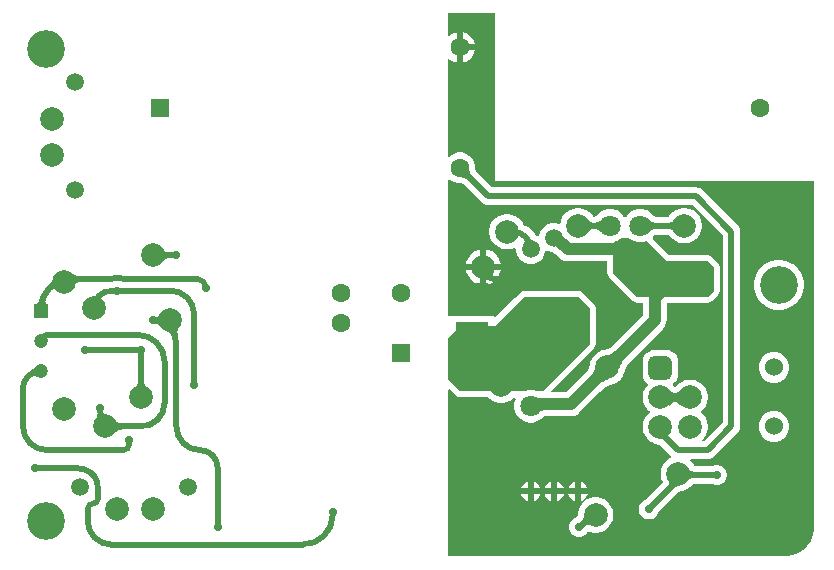
<source format=gbl>
G04*
G04 #@! TF.GenerationSoftware,Altium Limited,Altium Designer,23.3.1 (30)*
G04*
G04 Layer_Physical_Order=2*
G04 Layer_Color=16711680*
%FSLAX44Y44*%
%MOMM*%
G71*
G04*
G04 #@! TF.SameCoordinates,1947367F-AEBE-42DD-BD61-22C0FE108C1A*
G04*
G04*
G04 #@! TF.FilePolarity,Positive*
G04*
G01*
G75*
%ADD15C,0.5000*%
%ADD61C,1.0000*%
%ADD62R,1.2000X1.2000*%
%ADD63C,1.2000*%
%ADD64C,1.6000*%
%ADD65R,1.6000X1.6000*%
%ADD66C,1.5000*%
%ADD67R,1.6000X1.6000*%
%ADD68C,2.0000*%
%ADD69C,1.5240*%
G04:AMPARAMS|DCode=70|XSize=2mm|YSize=2mm|CornerRadius=0.5mm|HoleSize=0mm|Usage=FLASHONLY|Rotation=90.000|XOffset=0mm|YOffset=0mm|HoleType=Round|Shape=RoundedRectangle|*
%AMROUNDEDRECTD70*
21,1,2.0000,1.0000,0,0,90.0*
21,1,1.0000,2.0000,0,0,90.0*
1,1,1.0000,0.5000,0.5000*
1,1,1.0000,0.5000,-0.5000*
1,1,1.0000,-0.5000,-0.5000*
1,1,1.0000,-0.5000,0.5000*
%
%ADD70ROUNDEDRECTD70*%
%ADD71C,1.8000*%
%ADD72C,0.7000*%
%ADD73C,3.2000*%
%ADD74R,2.2000X1.3000*%
%ADD75R,2.8000X2.0000*%
G36*
X409895Y317500D02*
X680000D01*
Y25400D01*
Y22898D01*
X679024Y17991D01*
X677109Y13369D01*
X674330Y9208D01*
X670792Y5670D01*
X666631Y2891D01*
X662009Y976D01*
X657102Y0D01*
X370000D01*
Y141131D01*
X371173Y141617D01*
X376395Y136395D01*
X378049Y135290D01*
X380000Y134902D01*
X403885D01*
X405438Y133349D01*
X407895Y131707D01*
X410625Y130576D01*
X413523Y130000D01*
X416477D01*
X419375Y130576D01*
X422105Y131707D01*
X424562Y133349D01*
X425810Y134597D01*
X426600Y134523D01*
X427275Y133260D01*
X426954Y132704D01*
X426000Y129143D01*
Y125457D01*
X426954Y121896D01*
X428797Y118704D01*
X431404Y116097D01*
X434596Y114254D01*
X438157Y113300D01*
X441843D01*
X445404Y114254D01*
X448596Y116097D01*
X451023Y118524D01*
X451156Y118554D01*
X451549Y118614D01*
X452947Y118720D01*
X453789Y118733D01*
X453840Y118744D01*
X473831D01*
X476441Y119088D01*
X478874Y120096D01*
X480963Y121699D01*
X487132Y127868D01*
X498840Y139576D01*
X498883Y139604D01*
X500002Y140684D01*
X502118Y142504D01*
X503003Y143164D01*
X503866Y143738D01*
X504656Y144195D01*
X505364Y144541D01*
X505984Y144785D01*
X506510Y144939D01*
X507222Y145071D01*
X507603Y145224D01*
X509375Y145576D01*
X512105Y146707D01*
X514562Y148349D01*
X516651Y150438D01*
X518293Y152895D01*
X519423Y155625D01*
X519776Y157397D01*
X519929Y157778D01*
X520061Y158490D01*
X520215Y159016D01*
X520459Y159636D01*
X520805Y160344D01*
X521262Y161134D01*
X521836Y161997D01*
X522496Y162882D01*
X524316Y164998D01*
X525396Y166117D01*
X525424Y166160D01*
X552132Y192868D01*
X553735Y194957D01*
X554743Y197390D01*
X555086Y200000D01*
Y214477D01*
X555458Y214902D01*
X590000D01*
X591951Y215290D01*
X593605Y216395D01*
X598605Y221395D01*
X599710Y223049D01*
X600098Y225000D01*
Y245000D01*
X599710Y246951D01*
X598605Y248605D01*
X593605Y253605D01*
X591951Y254710D01*
X590000Y255098D01*
X557112D01*
X543288Y268922D01*
X543222Y269041D01*
X543303Y270645D01*
X543333Y270673D01*
X543829Y271100D01*
X544312Y271466D01*
X544759Y271758D01*
X545168Y271983D01*
X545539Y272148D01*
X545873Y272265D01*
X546180Y272340D01*
X546466Y272382D01*
X546995Y272408D01*
X547103Y272435D01*
X555037D01*
X555173Y272404D01*
X555898Y272384D01*
X556377Y272340D01*
X556745Y272279D01*
X557001Y272215D01*
X557090Y272183D01*
X557112Y272151D01*
X557385Y271880D01*
X558349Y270438D01*
X560438Y268349D01*
X562895Y266707D01*
X565625Y265576D01*
X568523Y265000D01*
X571477D01*
X574375Y265576D01*
X577105Y266707D01*
X579562Y268349D01*
X581651Y270438D01*
X583293Y272895D01*
X584423Y275625D01*
X585000Y278523D01*
Y281477D01*
X584423Y284375D01*
X583293Y287105D01*
X581651Y289562D01*
X579562Y291651D01*
X577105Y293293D01*
X574375Y294424D01*
X571477Y295000D01*
X568523D01*
X565625Y294424D01*
X562895Y293293D01*
X560438Y291651D01*
X558349Y289562D01*
X557385Y288120D01*
X557112Y287849D01*
X557090Y287817D01*
X557001Y287785D01*
X556745Y287721D01*
X556377Y287660D01*
X555898Y287616D01*
X555173Y287596D01*
X555037Y287565D01*
X547103D01*
X546995Y287592D01*
X546466Y287618D01*
X546180Y287660D01*
X545873Y287735D01*
X545539Y287852D01*
X545168Y288017D01*
X544759Y288242D01*
X544312Y288534D01*
X543829Y288900D01*
X543312Y289345D01*
X542671Y289965D01*
X542286Y290213D01*
X541296Y291203D01*
X538104Y293046D01*
X534543Y294000D01*
X530857D01*
X527296Y293046D01*
X524104Y291203D01*
X521497Y288596D01*
X520635Y287103D01*
X519365D01*
X518503Y288596D01*
X515896Y291203D01*
X512704Y293046D01*
X509143Y294000D01*
X505457D01*
X501896Y293046D01*
X498704Y291203D01*
X497714Y290213D01*
X497329Y289965D01*
X496688Y289345D01*
X496171Y288900D01*
X495688Y288534D01*
X495241Y288242D01*
X494832Y288017D01*
X494461Y287852D01*
X494127Y287735D01*
X493821Y287660D01*
X493746Y287649D01*
X493623Y287660D01*
X493255Y287721D01*
X492999Y287785D01*
X492910Y287817D01*
X492888Y287848D01*
X492615Y288120D01*
X491651Y289562D01*
X489562Y291651D01*
X487105Y293293D01*
X484375Y294424D01*
X481477Y295000D01*
X478523D01*
X475625Y294424D01*
X472895Y293293D01*
X470438Y291651D01*
X468349Y289562D01*
X466707Y287105D01*
X465577Y284375D01*
X465243Y282698D01*
X465217Y282645D01*
X463776Y281833D01*
X461521Y282438D01*
X458230D01*
X455051Y281586D01*
X452200Y279940D01*
X449873Y277613D01*
X448227Y274762D01*
X447389Y271634D01*
X447373Y271581D01*
X447086Y271378D01*
X446105Y271027D01*
X445235Y271550D01*
X444435Y272081D01*
X443867Y272511D01*
X443770Y272596D01*
X440987Y275987D01*
X437561Y278799D01*
X433838Y280788D01*
X433293Y282105D01*
X431651Y284562D01*
X429562Y286651D01*
X427105Y288293D01*
X424375Y289424D01*
X421477Y290000D01*
X418523D01*
X415625Y289424D01*
X412895Y288293D01*
X410438Y286651D01*
X408349Y284562D01*
X406707Y282105D01*
X405577Y279375D01*
X405000Y276477D01*
Y273523D01*
X405577Y270625D01*
X406707Y267895D01*
X408349Y265438D01*
X410438Y263349D01*
X412895Y261707D01*
X415625Y260576D01*
X418523Y260000D01*
X421477D01*
X424375Y260576D01*
X426230Y261345D01*
X427500Y260496D01*
Y258354D01*
X428352Y255175D01*
X429997Y252325D01*
X432325Y249998D01*
X435175Y248352D01*
X438354Y247500D01*
X441646D01*
X444825Y248352D01*
X447675Y249998D01*
X450003Y252325D01*
X451648Y255175D01*
X452486Y258304D01*
X452555Y258524D01*
X453600Y259127D01*
X455051Y258290D01*
X458230Y257438D01*
X459275D01*
X460587Y256293D01*
X461081Y255805D01*
X461129Y255773D01*
X464034Y252868D01*
X466123Y251265D01*
X468556Y250257D01*
X471166Y249914D01*
X504902D01*
Y240000D01*
X505290Y238049D01*
X506395Y236395D01*
X526395Y216395D01*
X528049Y215290D01*
X530000Y214902D01*
X534914D01*
Y204178D01*
X511160Y180424D01*
X511117Y180396D01*
X509998Y179316D01*
X507882Y177496D01*
X506997Y176836D01*
X506134Y176262D01*
X505344Y175805D01*
X504636Y175459D01*
X504016Y175215D01*
X503490Y175061D01*
X502778Y174929D01*
X502397Y174776D01*
X500625Y174424D01*
X497895Y173293D01*
X495438Y171651D01*
X493349Y169562D01*
X491707Y167105D01*
X490577Y164375D01*
X490224Y162603D01*
X490071Y162222D01*
X489939Y161510D01*
X489785Y160984D01*
X489541Y160364D01*
X489195Y159656D01*
X488738Y158866D01*
X488164Y158003D01*
X487504Y157118D01*
X485684Y155002D01*
X484604Y153883D01*
X484576Y153840D01*
X472868Y142132D01*
X469653Y138917D01*
X457786D01*
X457300Y140090D01*
X493605Y176395D01*
X494710Y178049D01*
X495098Y180000D01*
Y210000D01*
X494710Y211951D01*
X493605Y213605D01*
X483605Y223605D01*
X481951Y224710D01*
X480000Y225098D01*
X435000D01*
X433049Y224710D01*
X431395Y223605D01*
X426395Y218605D01*
X426395Y218605D01*
X410173Y202383D01*
X409000Y202869D01*
Y203250D01*
X371000D01*
X370000Y203902D01*
Y300000D01*
X369895D01*
Y319060D01*
X371069Y319547D01*
X372018Y318597D01*
X373919Y317500D01*
X374982Y316886D01*
X378288Y316000D01*
X379537D01*
X379975Y315903D01*
X380660Y315889D01*
X381132Y315849D01*
X381547Y315784D01*
X381908Y315699D01*
X382223Y315598D01*
X382498Y315484D01*
X382744Y315356D01*
X382969Y315212D01*
X383183Y315048D01*
X383553Y314709D01*
X383656Y314646D01*
X398651Y299651D01*
X400218Y298449D01*
X402042Y297693D01*
X403021Y297564D01*
X404000Y297435D01*
X404000Y297435D01*
X576867D01*
X602435Y271867D01*
Y113133D01*
X586867Y97565D01*
X585674D01*
X585148Y98835D01*
X586501Y100188D01*
X588143Y102645D01*
X589274Y105375D01*
X589850Y108273D01*
Y111227D01*
X589274Y114125D01*
X588143Y116855D01*
X586501Y119312D01*
X584412Y121401D01*
X584092Y121615D01*
Y122885D01*
X584412Y123099D01*
X586501Y125188D01*
X588143Y127645D01*
X589274Y130375D01*
X589850Y133273D01*
Y136227D01*
X589274Y139125D01*
X588143Y141855D01*
X586501Y144312D01*
X584412Y146401D01*
X581955Y148043D01*
X579225Y149173D01*
X576327Y149750D01*
X573373D01*
X570475Y149173D01*
X567745Y148043D01*
X565288Y146401D01*
X564544Y145658D01*
X564155Y145405D01*
X563371Y144643D01*
X562709Y144064D01*
X562364Y143795D01*
X561277Y144693D01*
X560827Y145131D01*
X560716Y146222D01*
X560814Y146688D01*
X560856Y146754D01*
X561982Y147618D01*
X563585Y149707D01*
X564593Y152139D01*
X564936Y154750D01*
Y164750D01*
X564593Y167360D01*
X563585Y169793D01*
X561982Y171882D01*
X559893Y173485D01*
X557461Y174493D01*
X554850Y174836D01*
X544850D01*
X542240Y174493D01*
X539807Y173485D01*
X537718Y171882D01*
X536115Y169793D01*
X535107Y167360D01*
X534764Y164750D01*
Y154750D01*
X535107Y152139D01*
X536115Y149707D01*
X537718Y147618D01*
X538844Y146754D01*
X538955Y145068D01*
X538199Y144312D01*
X536557Y141855D01*
X535426Y139125D01*
X534850Y136227D01*
Y133273D01*
X535426Y130375D01*
X536557Y127645D01*
X538199Y125188D01*
X540288Y123099D01*
X540608Y122885D01*
Y121615D01*
X540288Y121401D01*
X538199Y119312D01*
X536557Y116855D01*
X535426Y114125D01*
X534850Y111227D01*
Y108273D01*
X535426Y105375D01*
X536557Y102645D01*
X538199Y100188D01*
X540288Y98099D01*
X542745Y96457D01*
X545475Y95326D01*
X548373Y94750D01*
X549557D01*
X549575Y94726D01*
X559125Y85177D01*
X558879Y83701D01*
X557895Y83293D01*
X555438Y81651D01*
X553349Y79562D01*
X551707Y77105D01*
X550576Y74375D01*
X550000Y71477D01*
Y68523D01*
X550576Y65625D01*
X551707Y62895D01*
X551748Y62833D01*
X551281Y62337D01*
X551208Y62220D01*
X548009Y59021D01*
X546974Y57672D01*
X537407Y48105D01*
X536719Y47921D01*
X534781Y46802D01*
X533198Y45219D01*
X532079Y43281D01*
X531500Y41119D01*
Y38881D01*
X532079Y36719D01*
X533198Y34781D01*
X534781Y33198D01*
X536719Y32079D01*
X538881Y31500D01*
X541119D01*
X543281Y32079D01*
X545219Y33198D01*
X546802Y34781D01*
X547921Y36719D01*
X548105Y37407D01*
X558707Y48009D01*
X559742Y49358D01*
X563169Y52785D01*
X563273Y52848D01*
X563274Y52849D01*
X563275Y52850D01*
X564410Y53895D01*
X564779Y54189D01*
X565147Y54451D01*
X565464Y54649D01*
X565724Y54787D01*
X565923Y54874D01*
X566057Y54919D01*
X566129Y54936D01*
X566418Y54974D01*
X566522Y55009D01*
X569375Y55577D01*
X572105Y56707D01*
X574562Y58349D01*
X576651Y60438D01*
X577060Y61050D01*
X577301Y61258D01*
X577402Y61389D01*
X577481Y61424D01*
X577676Y61488D01*
X577972Y61558D01*
X578372Y61621D01*
X578873Y61664D01*
X579605Y61684D01*
X579743Y61715D01*
X593004D01*
X594284Y60977D01*
X596446Y60398D01*
X598684D01*
X600846Y60977D01*
X602784Y62096D01*
X604366Y63678D01*
X605485Y65617D01*
X606065Y67779D01*
Y70017D01*
X605485Y72178D01*
X604366Y74117D01*
X602784Y75699D01*
X600846Y76818D01*
X598684Y77397D01*
X596446D01*
X594383Y76845D01*
X580288D01*
X580219Y76864D01*
X580103Y76850D01*
X579989Y76876D01*
X579271Y76897D01*
X578811Y76940D01*
X578472Y76999D01*
X578320Y77039D01*
X578293Y77105D01*
X576651Y79562D01*
X575048Y81165D01*
X575574Y82435D01*
X590000D01*
X591958Y82693D01*
X593782Y83449D01*
X595349Y84651D01*
X615349Y104651D01*
X615349Y104651D01*
X616551Y106218D01*
X617307Y108042D01*
X617565Y110000D01*
X617565Y110000D01*
Y275000D01*
X617307Y276958D01*
X616551Y278782D01*
X615349Y280349D01*
X615349Y280349D01*
X585349Y310349D01*
X583782Y311551D01*
X581958Y312307D01*
X580000Y312565D01*
X407133D01*
X403372Y316327D01*
X394354Y325344D01*
X394291Y325447D01*
X393952Y325817D01*
X393787Y326031D01*
X393644Y326256D01*
X393516Y326502D01*
X393402Y326777D01*
X393301Y327092D01*
X393216Y327453D01*
X393151Y327868D01*
X393111Y328340D01*
X393097Y329025D01*
X393000Y329463D01*
Y330712D01*
X392114Y334018D01*
X390403Y336982D01*
X387982Y339403D01*
X385018Y341114D01*
X381712Y342000D01*
X378288D01*
X374982Y341114D01*
X372018Y339403D01*
X371069Y338453D01*
X369895Y338940D01*
Y421060D01*
X371069Y421547D01*
X372018Y420597D01*
X374982Y418886D01*
X377500Y418211D01*
Y431000D01*
Y443789D01*
X374982Y443114D01*
X372018Y441403D01*
X371069Y440453D01*
X369895Y440939D01*
Y460000D01*
X409895D01*
Y317500D01*
D02*
G37*
G36*
X388017Y328069D02*
X388087Y327254D01*
X388210Y326474D01*
X388385Y325729D01*
X388612Y325020D01*
X388892Y324345D01*
X389224Y323706D01*
X389609Y323102D01*
X390046Y322534D01*
X390535Y322000D01*
X387000Y318465D01*
X386466Y318954D01*
X385898Y319391D01*
X385294Y319776D01*
X384655Y320108D01*
X383980Y320388D01*
X383271Y320616D01*
X382526Y320790D01*
X381746Y320913D01*
X380930Y320983D01*
X380080Y321000D01*
X388000Y328920D01*
X388017Y328069D01*
D02*
G37*
G36*
X500873Y273700D02*
X500126Y274422D01*
X499376Y275068D01*
X498623Y275638D01*
X497866Y276132D01*
X497106Y276550D01*
X496342Y276892D01*
X495575Y277158D01*
X494805Y277348D01*
X494031Y277462D01*
X493787Y277474D01*
X492976Y277400D01*
X492217Y277275D01*
X491521Y277100D01*
X490887Y276875D01*
X490317Y276600D01*
X489809Y276275D01*
X489363Y275900D01*
X488980Y275475D01*
X488660Y275000D01*
Y285000D01*
X488980Y284525D01*
X489363Y284100D01*
X489809Y283725D01*
X490317Y283400D01*
X490887Y283125D01*
X491521Y282900D01*
X492217Y282725D01*
X492976Y282600D01*
X493787Y282526D01*
X494031Y282538D01*
X494805Y282652D01*
X495575Y282842D01*
X496342Y283108D01*
X497106Y283450D01*
X497866Y283868D01*
X498623Y284362D01*
X499376Y284932D01*
X500126Y285578D01*
X500873Y286300D01*
Y273700D01*
D02*
G37*
G36*
X561340Y275000D02*
X561020Y275475D01*
X560637Y275900D01*
X560191Y276275D01*
X559683Y276600D01*
X559113Y276875D01*
X558479Y277100D01*
X557783Y277275D01*
X557024Y277400D01*
X556202Y277475D01*
X555318Y277500D01*
Y282500D01*
X556202Y282525D01*
X557024Y282600D01*
X557783Y282725D01*
X558479Y282900D01*
X559113Y283125D01*
X559683Y283400D01*
X560191Y283725D01*
X560637Y284100D01*
X561020Y284525D01*
X561340Y285000D01*
Y275000D01*
D02*
G37*
G36*
X539874Y285578D02*
X540624Y284932D01*
X541377Y284362D01*
X542134Y283868D01*
X542894Y283450D01*
X543658Y283108D01*
X544425Y282842D01*
X545195Y282652D01*
X545969Y282538D01*
X546746Y282500D01*
Y277500D01*
X545969Y277462D01*
X545195Y277348D01*
X544425Y277158D01*
X543658Y276892D01*
X542894Y276550D01*
X542134Y276132D01*
X541377Y275638D01*
X540624Y275068D01*
X539874Y274422D01*
X539127Y273700D01*
Y286300D01*
X539874Y285578D01*
D02*
G37*
G36*
X439796Y269382D02*
X440032Y269119D01*
X440318Y268841D01*
X440656Y268549D01*
X441483Y267922D01*
X442512Y267239D01*
X443744Y266499D01*
X433578Y263874D01*
X433927Y264484D01*
X434447Y265590D01*
X434617Y266086D01*
X434727Y266544D01*
X434777Y266964D01*
X434767Y267346D01*
X434697Y267690D01*
X434568Y267996D01*
X434379Y268264D01*
X439611Y269632D01*
X439796Y269382D01*
D02*
G37*
G36*
X470492Y267745D02*
X464665Y259430D01*
X464058Y260030D01*
X461495Y262267D01*
X461248Y262412D01*
X461051Y262493D01*
X460906Y262509D01*
X467323Y270820D01*
X470492Y267745D01*
D02*
G37*
G36*
X128980Y259525D02*
X129363Y259100D01*
X129809Y258725D01*
X130317Y258400D01*
X130887Y258125D01*
X131521Y257900D01*
X132217Y257725D01*
X132976Y257600D01*
X133798Y257525D01*
X134682Y257500D01*
Y252500D01*
X133798Y252475D01*
X132976Y252400D01*
X132217Y252275D01*
X131521Y252100D01*
X130887Y251875D01*
X130317Y251600D01*
X129809Y251275D01*
X129363Y250900D01*
X128980Y250475D01*
X128660Y250000D01*
Y260000D01*
X128980Y259525D01*
D02*
G37*
G36*
X52555Y239125D02*
X53027Y238784D01*
X53550Y238483D01*
X54125Y238222D01*
X54752Y238002D01*
X55430Y237821D01*
X56160Y237681D01*
X56942Y237580D01*
X57775Y237520D01*
X58660Y237500D01*
X60000Y232500D01*
X59114Y232473D01*
X58307Y232393D01*
X57576Y232259D01*
X56923Y232072D01*
X56348Y231831D01*
X55850Y231537D01*
X55430Y231189D01*
X55088Y230787D01*
X54823Y230332D01*
X54635Y229824D01*
X52135Y239506D01*
X52555Y239125D01*
D02*
G37*
G36*
X37956Y225402D02*
X37506Y225783D01*
X37042Y226048D01*
X36563Y226195D01*
X36070Y226226D01*
X35563Y226141D01*
X35042Y225938D01*
X34506Y225620D01*
X33957Y225184D01*
X33392Y224632D01*
X32814Y223963D01*
X31135Y229540D01*
X31842Y230246D01*
X34032Y232726D01*
X34420Y233260D01*
X34743Y233760D01*
X35003Y234225D01*
X35199Y234655D01*
X35331Y235052D01*
X37956Y225402D01*
D02*
G37*
G36*
X70507Y220115D02*
X70605Y220087D01*
X70645Y220042D01*
X70625Y219981D01*
X75625Y218268D01*
X75687Y218298D01*
X75779Y218283D01*
X75902Y218221D01*
X76054Y218113D01*
X76237Y217959D01*
X76449Y217759D01*
X77268Y216882D01*
X77601Y216498D01*
X68173Y219832D01*
X68683Y219923D01*
X70350Y220126D01*
X70507Y220115D01*
D02*
G37*
G36*
X524104Y268797D02*
X527296Y266954D01*
X530857Y266000D01*
X534543D01*
X538058Y266942D01*
X555000Y250000D01*
X590000D01*
X595000Y245000D01*
Y225000D01*
X590000Y220000D01*
X553147D01*
X550621Y217117D01*
X550276Y216551D01*
X550069Y216095D01*
X550000Y215747D01*
X547070Y218677D01*
X545000Y215750D01*
X540000D01*
X542293Y220000D01*
X530000D01*
X510000Y240000D01*
Y265000D01*
X511680Y266680D01*
X512704Y266954D01*
X515896Y268797D01*
X517099Y270000D01*
X522901D01*
X524104Y268797D01*
D02*
G37*
G36*
X29611Y218641D02*
X29385Y217729D01*
X29237Y216913D01*
X29164Y216192D01*
X29167Y215568D01*
X29247Y215040D01*
X29403Y214607D01*
X29635Y214271D01*
X29943Y214031D01*
X30327Y213887D01*
X30787Y213839D01*
X20436D01*
X20926Y213888D01*
X21393Y214034D01*
X21836Y214278D01*
X22256Y214619D01*
X22652Y215058D01*
X23025Y215595D01*
X23374Y216229D01*
X23700Y216960D01*
X24002Y217789D01*
X24281Y218716D01*
X29611Y218641D01*
D02*
G37*
G36*
X126678Y194456D02*
X126274Y195002D01*
X125828Y195494D01*
X125338Y195932D01*
X124805Y196317D01*
X124229Y196646D01*
X123610Y196922D01*
X122948Y197145D01*
X122243Y197312D01*
X121495Y197426D01*
X120704Y197486D01*
X120228Y202499D01*
X121155Y202509D01*
X122778Y202653D01*
X123475Y202785D01*
X124094Y202958D01*
X124636Y203172D01*
X125102Y203427D01*
X125491Y203722D01*
X125802Y204058D01*
X126037Y204435D01*
X126678Y194456D01*
D02*
G37*
G36*
X141471Y192307D02*
X141236Y191913D01*
X141061Y191457D01*
X140947Y190939D01*
X140894Y190358D01*
X140901Y189715D01*
X140969Y189010D01*
X141286Y187411D01*
X141535Y186519D01*
X136589Y185572D01*
X136310Y186315D01*
X135992Y187001D01*
X135633Y187631D01*
X135235Y188204D01*
X134796Y188721D01*
X134318Y189182D01*
X133800Y189585D01*
X133243Y189933D01*
X132645Y190224D01*
X132008Y190458D01*
X141767Y192638D01*
X141471Y192307D01*
D02*
G37*
G36*
X30250Y185000D02*
X30383Y184984D01*
X30507Y184936D01*
X30622Y184857D01*
X30729Y184745D01*
X30826Y184602D01*
X30915Y184427D01*
X30995Y184220D01*
X31066Y183981D01*
X31128Y183710D01*
X31181Y183408D01*
X24677Y188473D01*
X24886Y188497D01*
X25295Y188569D01*
X25496Y188618D01*
X25890Y188739D01*
X26083Y188812D01*
X26462Y188981D01*
X26648Y189078D01*
X30250Y185000D01*
D02*
G37*
G36*
X521730Y169659D02*
X520547Y168435D01*
X518515Y166072D01*
X517666Y164933D01*
X516929Y163824D01*
X516303Y162744D01*
X515789Y161692D01*
X515387Y160669D01*
X515096Y159675D01*
X514916Y158710D01*
X503710Y169916D01*
X504675Y170096D01*
X505669Y170387D01*
X506692Y170789D01*
X507744Y171304D01*
X508824Y171929D01*
X509934Y172666D01*
X511072Y173515D01*
X513435Y175547D01*
X514659Y176730D01*
X521730Y169659D01*
D02*
G37*
G36*
X21875Y152139D02*
X21423Y152412D01*
X20968Y152617D01*
X20512Y152754D01*
X20054Y152822D01*
X19595Y152822D01*
X19134Y152753D01*
X18671Y152616D01*
X18206Y152411D01*
X17740Y152137D01*
X17272Y151796D01*
X16187Y157112D01*
X16788Y157477D01*
X18753Y158853D01*
X19135Y159174D01*
X19767Y159792D01*
X20017Y160088D01*
X20223Y160375D01*
X21875Y152139D01*
D02*
G37*
G36*
X112525Y148798D02*
X112600Y147976D01*
X112725Y147217D01*
X112900Y146521D01*
X113125Y145887D01*
X113400Y145317D01*
X113725Y144809D01*
X114100Y144363D01*
X114525Y143980D01*
X115000Y143660D01*
X105000D01*
X105475Y143980D01*
X105900Y144363D01*
X106275Y144809D01*
X106600Y145317D01*
X106875Y145887D01*
X107100Y146521D01*
X107275Y147217D01*
X107400Y147976D01*
X107475Y148798D01*
X107500Y149683D01*
X112500D01*
X112525Y148798D01*
D02*
G37*
G36*
X506290Y150084D02*
X505325Y149904D01*
X504331Y149613D01*
X503308Y149211D01*
X502256Y148696D01*
X501176Y148071D01*
X500066Y147334D01*
X498928Y146485D01*
X496566Y144453D01*
X495341Y143270D01*
X488270Y150341D01*
X489453Y151565D01*
X491485Y153928D01*
X492334Y155066D01*
X493071Y156176D01*
X493697Y157256D01*
X494211Y158308D01*
X494613Y159331D01*
X494904Y160325D01*
X495084Y161290D01*
X506290Y150084D01*
D02*
G37*
G36*
X490000Y210000D02*
Y180000D01*
X450000Y140000D01*
X446003D01*
X445404Y140346D01*
X441843Y141300D01*
X438157D01*
X434596Y140346D01*
X433997Y140000D01*
X380000D01*
X370000Y150000D01*
Y185000D01*
X380000Y195000D01*
X410000Y195000D01*
X430000Y215000D01*
X435000Y220000D01*
X480000D01*
X490000Y210000D01*
D02*
G37*
G36*
X567709Y127750D02*
X566829Y128605D01*
X565087Y130045D01*
X564225Y130630D01*
X563368Y131125D01*
X562517Y131530D01*
X562350Y131592D01*
X562183Y131530D01*
X561332Y131125D01*
X560475Y130630D01*
X559613Y130045D01*
X558745Y129370D01*
X557871Y128605D01*
X556992Y127750D01*
Y141750D01*
X557871Y140895D01*
X559613Y139455D01*
X560475Y138870D01*
X561332Y138375D01*
X562183Y137970D01*
X562350Y137908D01*
X562517Y137970D01*
X563368Y138375D01*
X564225Y138870D01*
X565087Y139455D01*
X565956Y140130D01*
X566829Y140895D01*
X567709Y141750D01*
Y127750D01*
D02*
G37*
G36*
X445518Y134455D02*
X445858Y134324D01*
X446281Y134208D01*
X446788Y134108D01*
X447379Y134023D01*
X448813Y133900D01*
X451593Y133831D01*
X453704Y123831D01*
X452712Y123814D01*
X450969Y123683D01*
X450219Y123567D01*
X449548Y123419D01*
X448959Y123238D01*
X448450Y123024D01*
X448021Y122777D01*
X447673Y122498D01*
X447405Y122185D01*
X445262Y134601D01*
X445518Y134455D01*
D02*
G37*
G36*
X77813Y122314D02*
X77983Y121883D01*
X78207Y121494D01*
X78484Y121145D01*
X78816Y120838D01*
X79201Y120572D01*
X79641Y120346D01*
X80135Y120162D01*
X80683Y120019D01*
X81285Y119917D01*
X72054Y116071D01*
X72351Y116496D01*
X72604Y116933D01*
X72812Y117381D01*
X72974Y117841D01*
X73091Y118312D01*
X73164Y118795D01*
X73191Y119289D01*
X73172Y119795D01*
X73109Y120313D01*
X73001Y120842D01*
X77698Y122786D01*
X77813Y122314D01*
D02*
G37*
G36*
X88983Y114525D02*
X89376Y114100D01*
X89837Y113725D01*
X90367Y113400D01*
X90967Y113125D01*
X91635Y112900D01*
X92373Y112725D01*
X93180Y112600D01*
X94055Y112525D01*
X95000Y112500D01*
Y107500D01*
X94055Y107475D01*
X93180Y107400D01*
X92373Y107275D01*
X91635Y107100D01*
X90967Y106875D01*
X90367Y106600D01*
X89837Y106275D01*
X89376Y105900D01*
X88983Y105475D01*
X88660Y105000D01*
Y115000D01*
X88983Y114525D01*
D02*
G37*
G36*
X574282Y73873D02*
X574632Y73434D01*
X575050Y73046D01*
X575534Y72710D01*
X576085Y72426D01*
X576702Y72194D01*
X577387Y72013D01*
X578138Y71884D01*
X578956Y71806D01*
X579840Y71780D01*
X579467Y66780D01*
X578583Y66756D01*
X577758Y66685D01*
X576991Y66565D01*
X576284Y66398D01*
X575635Y66183D01*
X575046Y65920D01*
X574515Y65609D01*
X574044Y65250D01*
X573631Y64844D01*
X573278Y64390D01*
X573998Y74364D01*
X574282Y73873D01*
D02*
G37*
G36*
X565759Y60029D02*
X565211Y59957D01*
X564652Y59826D01*
X564084Y59633D01*
X563506Y59381D01*
X562917Y59068D01*
X562318Y58695D01*
X561710Y58262D01*
X561090Y57769D01*
X559822Y56600D01*
X554992Y58842D01*
X555600Y59487D01*
X556112Y60112D01*
X556527Y60716D01*
X556847Y61298D01*
X557070Y61860D01*
X557197Y62402D01*
X557228Y62922D01*
X557163Y63421D01*
X557002Y63900D01*
X556744Y64357D01*
X565759Y60029D01*
D02*
G37*
%LPC*%
G36*
X382500Y443789D02*
Y433500D01*
X392789D01*
X392114Y436018D01*
X390403Y438982D01*
X387982Y441403D01*
X385018Y443114D01*
X382500Y443789D01*
D02*
G37*
G36*
X392789Y428500D02*
X382500D01*
Y418211D01*
X385018Y418886D01*
X387982Y420597D01*
X390403Y423018D01*
X392114Y425982D01*
X392789Y428500D01*
D02*
G37*
G36*
X402500Y259797D02*
Y247500D01*
X414797D01*
X414423Y249375D01*
X413293Y252105D01*
X411651Y254562D01*
X409562Y256651D01*
X407105Y258293D01*
X404375Y259424D01*
X402500Y259797D01*
D02*
G37*
G36*
X397500D02*
X395625Y259424D01*
X392895Y258293D01*
X390438Y256651D01*
X388349Y254562D01*
X386707Y252105D01*
X385576Y249375D01*
X385203Y247500D01*
X397500D01*
Y259797D01*
D02*
G37*
G36*
X414797Y242500D02*
X402500D01*
Y236494D01*
X408548Y239810D01*
X408299Y239360D01*
X408124Y238951D01*
X408024Y238583D01*
X407997Y238257D01*
X408045Y237971D01*
X408167Y237728D01*
X408363Y237525D01*
X408633Y237363D01*
X408978Y237243D01*
X409396Y237164D01*
X404051Y233771D01*
X403631Y233996D01*
X402787Y234379D01*
X402500Y234485D01*
Y230203D01*
X404375Y230576D01*
X407105Y231707D01*
X409562Y233349D01*
X411651Y235438D01*
X413293Y237895D01*
X414423Y240625D01*
X414797Y242500D01*
D02*
G37*
G36*
X397500D02*
X385203D01*
X385576Y240625D01*
X386707Y237895D01*
X388349Y235438D01*
X390438Y233349D01*
X392895Y231707D01*
X395625Y230576D01*
X397500Y230203D01*
Y242500D01*
D02*
G37*
G36*
X652068Y251000D02*
X647932D01*
X643875Y250193D01*
X640053Y248610D01*
X636613Y246312D01*
X633688Y243387D01*
X631390Y239947D01*
X629807Y236126D01*
X629000Y232068D01*
Y227932D01*
X629807Y223874D01*
X631390Y220053D01*
X633688Y216613D01*
X636613Y213688D01*
X640053Y211390D01*
X643875Y209807D01*
X647932Y209000D01*
X652068D01*
X656125Y209807D01*
X659947Y211390D01*
X663387Y213688D01*
X666312Y216613D01*
X668610Y220053D01*
X670193Y223874D01*
X671000Y227932D01*
Y232068D01*
X670193Y236126D01*
X668610Y239947D01*
X666312Y243387D01*
X663387Y246312D01*
X659947Y248610D01*
X656125Y250193D01*
X652068Y251000D01*
D02*
G37*
G36*
X647612Y173000D02*
X644189D01*
X640882Y172114D01*
X637918Y170403D01*
X635498Y167982D01*
X633786Y165018D01*
X632900Y161712D01*
Y158288D01*
X633786Y154982D01*
X635498Y152018D01*
X637918Y149597D01*
X640882Y147886D01*
X644189Y147000D01*
X647612D01*
X650918Y147886D01*
X653882Y149597D01*
X656303Y152018D01*
X658014Y154982D01*
X658900Y158288D01*
Y161712D01*
X658014Y165018D01*
X656303Y167982D01*
X653882Y170403D01*
X650918Y172114D01*
X647612Y173000D01*
D02*
G37*
G36*
Y123000D02*
X644189D01*
X640882Y122114D01*
X637918Y120403D01*
X635498Y117982D01*
X633786Y115018D01*
X632900Y111712D01*
Y108288D01*
X633786Y104982D01*
X635498Y102018D01*
X637918Y99597D01*
X640882Y97886D01*
X644189Y97000D01*
X647612D01*
X650918Y97886D01*
X653882Y99597D01*
X656303Y102018D01*
X658014Y104982D01*
X658900Y108288D01*
Y111712D01*
X658014Y115018D01*
X656303Y117982D01*
X653882Y120403D01*
X650918Y122114D01*
X647612Y123000D01*
D02*
G37*
G36*
X482500Y63130D02*
Y57500D01*
X488130D01*
X487921Y58281D01*
X486802Y60219D01*
X485219Y61802D01*
X483281Y62921D01*
X482500Y63130D01*
D02*
G37*
G36*
X477500D02*
X476719Y62921D01*
X474781Y61802D01*
X473198Y60219D01*
X472079Y58281D01*
X471870Y57500D01*
X477500D01*
Y63130D01*
D02*
G37*
G36*
X462500D02*
Y57500D01*
X468130D01*
X467921Y58281D01*
X466802Y60219D01*
X465219Y61802D01*
X463281Y62921D01*
X462500Y63130D01*
D02*
G37*
G36*
X457500D02*
X456719Y62921D01*
X454781Y61802D01*
X453198Y60219D01*
X452079Y58281D01*
X451870Y57500D01*
X457500D01*
Y63130D01*
D02*
G37*
G36*
X442500D02*
Y57500D01*
X448130D01*
X447921Y58281D01*
X446802Y60219D01*
X445219Y61802D01*
X443281Y62921D01*
X442500Y63130D01*
D02*
G37*
G36*
X437500D02*
X436719Y62921D01*
X434781Y61802D01*
X433198Y60219D01*
X432079Y58281D01*
X431870Y57500D01*
X437500D01*
Y63130D01*
D02*
G37*
G36*
X488130Y52500D02*
X482500D01*
Y46870D01*
X483281Y47079D01*
X485219Y48198D01*
X486802Y49781D01*
X487921Y51719D01*
X488130Y52500D01*
D02*
G37*
G36*
X477500D02*
X471870D01*
X472079Y51719D01*
X473198Y49781D01*
X474781Y48198D01*
X476719Y47079D01*
X477500Y46870D01*
Y52500D01*
D02*
G37*
G36*
X468130D02*
X462500D01*
Y46870D01*
X463281Y47079D01*
X465219Y48198D01*
X466802Y49781D01*
X467921Y51719D01*
X468130Y52500D01*
D02*
G37*
G36*
X457500D02*
X451870D01*
X452079Y51719D01*
X453198Y49781D01*
X454781Y48198D01*
X456719Y47079D01*
X457500Y46870D01*
Y52500D01*
D02*
G37*
G36*
X448130D02*
X442500D01*
Y46870D01*
X443281Y47079D01*
X445219Y48198D01*
X446802Y49781D01*
X447921Y51719D01*
X448130Y52500D01*
D02*
G37*
G36*
X437500D02*
X431870D01*
X432079Y51719D01*
X433198Y49781D01*
X434781Y48198D01*
X436719Y47079D01*
X437500Y46870D01*
Y52500D01*
D02*
G37*
G36*
X496477Y50000D02*
X493523D01*
X490625Y49423D01*
X487895Y48293D01*
X485438Y46651D01*
X483349Y44562D01*
X481707Y42105D01*
X480577Y39375D01*
X480000Y36477D01*
Y35449D01*
X479908Y35071D01*
X479896Y34788D01*
X479891Y34759D01*
X479868Y34673D01*
X479813Y34523D01*
X479710Y34308D01*
X479550Y34031D01*
X479366Y33759D01*
X478951Y33251D01*
X477719Y32921D01*
X475781Y31802D01*
X474198Y30219D01*
X473079Y28281D01*
X472500Y26119D01*
Y23881D01*
X473079Y21719D01*
X474198Y19781D01*
X475781Y18198D01*
X477719Y17079D01*
X479881Y16500D01*
X482119D01*
X484281Y17079D01*
X486219Y18198D01*
X487802Y19781D01*
X488704Y21343D01*
X488727Y21362D01*
X490625Y20577D01*
X493523Y20000D01*
X496477D01*
X499375Y20577D01*
X502105Y21707D01*
X504562Y23349D01*
X506651Y25438D01*
X508293Y27895D01*
X509423Y30625D01*
X510000Y33523D01*
Y36477D01*
X509423Y39375D01*
X508293Y42105D01*
X506651Y44562D01*
X504562Y46651D01*
X502105Y48293D01*
X499375Y49423D01*
X496477Y50000D01*
D02*
G37*
%LPD*%
G36*
X490128Y26267D02*
X489634Y26492D01*
X489123Y26624D01*
X488595Y26664D01*
X488051Y26612D01*
X487489Y26467D01*
X486912Y26229D01*
X486317Y25899D01*
X485705Y25477D01*
X485077Y24962D01*
X484432Y24355D01*
X481822Y28816D01*
X482433Y29456D01*
X483461Y30712D01*
X483876Y31328D01*
X484227Y31936D01*
X484512Y32535D01*
X484732Y33127D01*
X484887Y33710D01*
X484977Y34286D01*
X485001Y34853D01*
X490128Y26267D01*
D02*
G37*
D15*
X247100Y10000D02*
G03*
X272500Y35400I0J25400D01*
G01*
X175000Y75000D02*
G03*
X160000Y90000I-15000J0D01*
G01*
X140000Y180000D02*
G03*
X120000Y200000I-20000J0D01*
G01*
X140000Y110000D02*
G03*
X160000Y90000I20000J0D01*
G01*
X73457Y56543D02*
G03*
X73443Y57267I-18457J0D01*
G01*
X73453Y57819D02*
G03*
X73443Y57267I4986J-375D01*
G01*
X70000Y45000D02*
G03*
X73457Y48457I0J3457D01*
G01*
X61953Y73640D02*
G03*
X55000Y75000I-6952J-17097D01*
G01*
X73453Y57819D02*
G03*
X62467Y73466I-14954J1181D01*
G01*
X70000Y45000D02*
G03*
X65000Y40000I0J-5000D01*
G01*
X84448Y235000D02*
G03*
X86162Y235309I-16J5000D01*
G01*
X93840Y235308D02*
G03*
X95552Y235000I1727J4692D01*
G01*
X50650D02*
G03*
X25250Y209600I0J-25400D01*
G01*
X165000Y227500D02*
G03*
X157500Y235000I-7500J0D01*
G01*
X93840Y235308D02*
G03*
X86162Y235309I-3840J-10308D01*
G01*
X10000Y110608D02*
G03*
X30608Y90000I20608J0D01*
G01*
X25250Y157100D02*
G03*
X10000Y141850I0J-15250D01*
G01*
X95000Y90000D02*
G03*
X100000Y95000I0J5000D01*
G01*
X30250Y187500D02*
G03*
X25250Y182500I0J-5000D01*
G01*
X130000Y165000D02*
G03*
X107500Y187500I-22500J0D01*
G01*
X110000Y110000D02*
G03*
X130000Y130000I0J20000D01*
G01*
X75000Y125000D02*
G03*
X90000Y110000I15000J0D01*
G01*
X61953Y73640D02*
G03*
X62467Y73466I1860J4641D01*
G01*
X65000Y29985D02*
G03*
X85000Y10000I20000J14D01*
G01*
X155000Y205000D02*
G03*
X135000Y225000I-20000J0D01*
G01*
X440000Y260000D02*
G03*
X425000Y275000I-15000J0D01*
G01*
X400000Y245000D02*
G03*
X410400Y234600I10400J0D01*
G01*
X85000Y225000D02*
G03*
X70000Y210000I0J-15000D01*
G01*
X481541Y25000D02*
X493271Y36729D01*
X85000Y10000D02*
X247100D01*
X272500Y35400D02*
Y37500D01*
X140000Y110000D02*
Y180000D01*
X73457Y48457D02*
Y56543D01*
X20000Y75000D02*
X55000D01*
X65000Y29985D02*
Y40000D01*
X50650Y235000D02*
X84448D01*
X25250Y207900D02*
Y209600D01*
X95552Y235000D02*
X95552D01*
X157500D01*
X30608Y90000D02*
X95000D01*
X10000Y110608D02*
Y141850D01*
X62500Y175000D02*
X110000D01*
X30250Y187500D02*
X107500D01*
X130000Y130000D02*
Y165000D01*
X90000Y110000D02*
X110000D01*
X75000Y125000D02*
Y126000D01*
X549850Y134750D02*
X574850D01*
X380000Y329000D02*
X404000Y305000D01*
X580000D02*
X610000Y275000D01*
X404000Y305000D02*
X580000D01*
X175000Y25000D02*
Y75000D01*
X120000Y255000D02*
X140000D01*
X549850Y105691D02*
X554924Y100617D01*
Y100076D02*
X565000Y90000D01*
X590000D01*
X549850Y105691D02*
Y109750D01*
X554924Y100076D02*
Y100617D01*
X590000Y90000D02*
X610000Y110000D01*
Y275000D01*
X568584Y68898D02*
X568898D01*
X597182Y69280D02*
X597565Y68898D01*
X569280Y69280D02*
X597182D01*
X553358Y53358D02*
Y53672D01*
X540000Y40000D02*
X553358Y53358D01*
X568898Y68898D02*
X569280Y69280D01*
X553358Y53672D02*
X568584Y68898D01*
X532700Y280000D02*
X570000D01*
X570429D01*
X155000Y145000D02*
Y205000D01*
X90000Y225000D02*
X135000D01*
X110000Y135000D02*
Y175000D01*
X100000Y95000D02*
Y98500D01*
X393142Y190831D02*
X401500Y192269D01*
X481000Y25000D02*
X481541D01*
X545000Y215750D02*
X566000Y236750D01*
X570000D01*
X480000Y280000D02*
X507300D01*
X420000Y275000D02*
X425000D01*
X410400Y234600D02*
X440000D01*
X85000Y225000D02*
X90000D01*
D61*
X480000Y135000D02*
X545000Y200000D01*
X441531Y128831D02*
X473831D01*
X480000Y135000D01*
X440000Y127300D02*
X441531Y128831D01*
X545000Y200000D02*
Y215750D01*
Y235000D01*
X471166Y260000D02*
X515000D01*
X459875Y269938D02*
X461228D01*
X471166Y260000D01*
D62*
X25250Y207900D02*
D03*
D63*
Y182500D02*
D03*
Y157100D02*
D03*
D64*
X634000Y380000D02*
D03*
X380000Y431000D02*
D03*
Y329000D02*
D03*
X330000Y223300D02*
D03*
X279200Y197900D02*
D03*
Y223300D02*
D03*
D65*
X126000Y380000D02*
D03*
D66*
X440000Y209200D02*
D03*
Y260000D02*
D03*
Y234600D02*
D03*
X149500Y59000D02*
D03*
X58500Y59000D02*
D03*
X54000Y310500D02*
D03*
X54000Y401500D02*
D03*
X459875Y269938D02*
D03*
D67*
X330000Y172500D02*
D03*
D68*
X45000Y232500D02*
D03*
X135000Y200000D02*
D03*
X565000Y70000D02*
D03*
X120000Y255000D02*
D03*
X80000Y110000D02*
D03*
X70000Y210000D02*
D03*
X110000Y135000D02*
D03*
X45000Y125000D02*
D03*
X505000Y160000D02*
D03*
X480000Y280000D02*
D03*
X420000Y275000D02*
D03*
X400000Y245000D02*
D03*
X570000Y280000D02*
D03*
X415000Y145000D02*
D03*
X495000Y35000D02*
D03*
X574850Y134750D02*
D03*
X549850D02*
D03*
X120000Y40000D02*
D03*
X90000D02*
D03*
X35000Y340000D02*
D03*
Y370000D02*
D03*
X574850Y159750D02*
D03*
Y109750D02*
D03*
X549850D02*
D03*
D69*
X645900Y110000D02*
D03*
Y160000D02*
D03*
D70*
X549850Y159750D02*
D03*
D71*
X440000Y127300D02*
D03*
Y152700D02*
D03*
X532700Y280000D02*
D03*
X507300D02*
D03*
D72*
X272500Y37500D02*
D03*
X165000Y227500D02*
D03*
X62500Y175000D02*
D03*
X175000Y25000D02*
D03*
X140000Y255000D02*
D03*
X597565Y68898D02*
D03*
X155000Y145000D02*
D03*
X110000Y175000D02*
D03*
X100000Y98500D02*
D03*
X540000Y40000D02*
D03*
X440000Y55000D02*
D03*
X460000D02*
D03*
X480000D02*
D03*
X481000Y25000D02*
D03*
X75000Y126000D02*
D03*
X20000Y75000D02*
D03*
X120000Y200000D02*
D03*
X90000Y225000D02*
D03*
D73*
X650000Y230000D02*
D03*
X30000Y30000D02*
D03*
Y430000D02*
D03*
D74*
X526500Y258250D02*
D03*
X473567Y201683D02*
D03*
D75*
X570000Y236750D02*
D03*
Y203250D02*
D03*
X390000Y188250D02*
D03*
Y221750D02*
D03*
M02*

</source>
